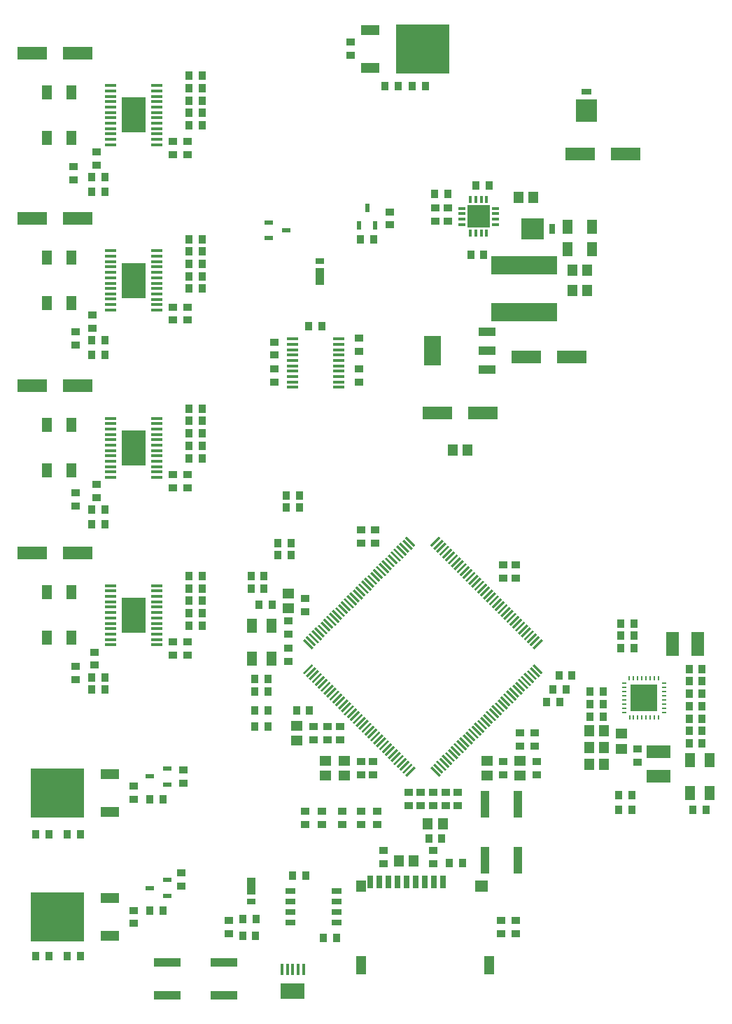
<source format=gtp>
G04 (created by PCBNEW (2013-05-18 BZR 4017)-stable) date Fri 12 Dec 2014 16:28:56 GMT*
%MOIN*%
G04 Gerber Fmt 3.4, Leading zero omitted, Abs format*
%FSLAX34Y34*%
G01*
G70*
G90*
G04 APERTURE LIST*
%ADD10C,0.00590551*%
%ADD11R,0.0579X0.0165*%
%ADD12R,0.1181X0.1701*%
%ADD13R,0.0394X0.126*%
%ADD14R,0.126X0.0394*%
%ADD15R,0.0394X0.0236*%
%ADD16R,0.0236X0.0394*%
%ADD17R,0.08X0.144*%
%ADD18R,0.08X0.04*%
%ADD19R,0.1417X0.063*%
%ADD20R,0.0374X0.0394*%
%ADD21R,0.0394X0.0374*%
%ADD22R,0.0453X0.0709*%
%ADD23R,0.0453X0.0571*%
%ADD24R,0.0571X0.0453*%
%ADD25R,0.0906X0.0512*%
%ADD26R,0.2559X0.2323*%
%ADD27R,0.1142X0.0591*%
%ADD28R,0.0591X0.1142*%
%ADD29R,0.0433X0.0787*%
%ADD30R,0.0433X0.0315*%
%ADD31R,0.0472X0.0866*%
%ADD32R,0.0472X0.0551*%
%ADD33R,0.063X0.0551*%
%ADD34R,0.0276X0.063*%
%ADD35R,0.05X0.025*%
%ADD36R,0.0098X0.0236*%
%ADD37R,0.0236X0.0098*%
%ADD38R,0.1299X0.1299*%
%ADD39R,0.1063X0.1063*%
%ADD40R,0.0138X0.0374*%
%ADD41R,0.0374X0.0138*%
%ADD42R,0.1X0.1051*%
%ADD43R,0.05X0.03*%
%ADD44R,0.1051X0.1*%
%ADD45R,0.03X0.05*%
%ADD46R,0.315X0.0866*%
%ADD47R,0.1142X0.0748*%
%ADD48R,0.0157X0.0531*%
%ADD49R,0.0472X0.0709*%
G04 APERTURE END LIST*
G54D10*
G54D11*
X12124Y34515D03*
X12124Y34771D03*
X12124Y35027D03*
X12124Y35283D03*
X9922Y33751D03*
X12124Y33747D03*
X12124Y34003D03*
X12124Y34259D03*
X9920Y35539D03*
X9920Y35283D03*
X9920Y35027D03*
X9920Y34771D03*
X9920Y34515D03*
X9920Y34259D03*
X12124Y35539D03*
X9922Y34003D03*
X12124Y33491D03*
X12124Y35795D03*
X9920Y35795D03*
X9920Y33491D03*
X12124Y33236D03*
X12124Y36050D03*
X9920Y36050D03*
X9920Y33236D03*
G54D12*
X11022Y34643D03*
G54D11*
X12123Y26542D03*
X12123Y26798D03*
X12123Y27054D03*
X12123Y27310D03*
X9921Y25778D03*
X12123Y25774D03*
X12123Y26030D03*
X12123Y26286D03*
X9919Y27566D03*
X9919Y27310D03*
X9919Y27054D03*
X9919Y26798D03*
X9919Y26542D03*
X9919Y26286D03*
X12123Y27566D03*
X9921Y26030D03*
X12123Y25518D03*
X12123Y27822D03*
X9919Y27822D03*
X9919Y25518D03*
X12123Y25263D03*
X12123Y28077D03*
X9919Y28077D03*
X9919Y25263D03*
G54D12*
X11021Y26670D03*
G54D11*
X12123Y18571D03*
X12123Y18827D03*
X12123Y19083D03*
X12123Y19339D03*
X9921Y17807D03*
X12123Y17803D03*
X12123Y18059D03*
X12123Y18315D03*
X9919Y19595D03*
X9919Y19339D03*
X9919Y19083D03*
X9919Y18827D03*
X9919Y18571D03*
X9919Y18315D03*
X12123Y19595D03*
X9921Y18059D03*
X12123Y17547D03*
X12123Y19851D03*
X9919Y19851D03*
X9919Y17547D03*
X12123Y17292D03*
X12123Y20106D03*
X9919Y20106D03*
X9919Y17292D03*
G54D12*
X11021Y18699D03*
G54D11*
X12125Y42391D03*
X12125Y42647D03*
X12125Y42903D03*
X12125Y43159D03*
X9923Y41627D03*
X12125Y41623D03*
X12125Y41879D03*
X12125Y42135D03*
X9921Y43415D03*
X9921Y43159D03*
X9921Y42903D03*
X9921Y42647D03*
X9921Y42391D03*
X9921Y42135D03*
X12125Y43415D03*
X9923Y41879D03*
X12125Y41367D03*
X12125Y43671D03*
X9921Y43671D03*
X9921Y41367D03*
X12125Y41112D03*
X12125Y43926D03*
X9921Y43926D03*
X9921Y41112D03*
G54D12*
X11023Y42519D03*
G54D11*
X18583Y30837D03*
X18583Y30581D03*
X18583Y30325D03*
X18583Y30069D03*
X20785Y31601D03*
X18583Y31605D03*
X18583Y31349D03*
X18583Y31093D03*
X20787Y29813D03*
X20787Y30069D03*
X20787Y30325D03*
X20787Y30581D03*
X20787Y30837D03*
X20787Y31093D03*
X18583Y29813D03*
X20785Y31349D03*
X18583Y31861D03*
X18583Y29557D03*
X20787Y29557D03*
X20787Y31861D03*
G54D13*
X29330Y7027D03*
X29330Y9705D03*
X27756Y9705D03*
X27756Y7027D03*
G54D14*
X12637Y591D03*
X15315Y591D03*
X15315Y2165D03*
X12637Y2165D03*
G54D15*
X12621Y5334D03*
X11789Y5709D03*
X12621Y6084D03*
X12621Y10649D03*
X11789Y11024D03*
X12621Y11399D03*
G54D16*
X21771Y37281D03*
X22146Y38113D03*
X22521Y37281D03*
G54D17*
X25276Y31300D03*
G54D18*
X27876Y31300D03*
X27876Y32200D03*
X27876Y30400D03*
G54D19*
X25492Y28347D03*
X27658Y28347D03*
X8367Y45472D03*
X6201Y45472D03*
X8367Y21654D03*
X6201Y21654D03*
X8367Y37598D03*
X6201Y37598D03*
X8367Y29626D03*
X6201Y29626D03*
X32283Y40650D03*
X34449Y40650D03*
G54D20*
X34232Y18307D03*
X34862Y18307D03*
X38109Y16142D03*
X37479Y16142D03*
X38109Y15551D03*
X37479Y15551D03*
X34232Y17717D03*
X34862Y17717D03*
X34232Y17126D03*
X34862Y17126D03*
X38109Y14370D03*
X37479Y14370D03*
X38109Y14961D03*
X37479Y14961D03*
X32755Y14469D03*
X33385Y14469D03*
X32755Y15059D03*
X33385Y15059D03*
X37479Y13189D03*
X38109Y13189D03*
G54D21*
X23228Y37283D03*
X23228Y37913D03*
X21358Y45984D03*
X21358Y45354D03*
X11023Y9921D03*
X11023Y10551D03*
X17717Y29803D03*
X17717Y30433D03*
X19193Y9370D03*
X19193Y8740D03*
G54D20*
X18917Y23819D03*
X18287Y23819D03*
G54D21*
X15552Y3524D03*
X15552Y4154D03*
G54D20*
X16811Y14173D03*
X17441Y14173D03*
X16811Y13386D03*
X17441Y13386D03*
X38110Y13780D03*
X37480Y13780D03*
X32755Y13878D03*
X33385Y13878D03*
G54D21*
X28543Y4154D03*
X28543Y3524D03*
X29232Y3524D03*
X29232Y4154D03*
G54D20*
X12422Y9942D03*
X11792Y9942D03*
X12421Y4626D03*
X11791Y4626D03*
G54D21*
X11026Y4017D03*
X11026Y4647D03*
X17717Y31713D03*
X17717Y31083D03*
G54D20*
X18524Y21555D03*
X17894Y21555D03*
G54D21*
X29429Y12480D03*
X29429Y13110D03*
G54D20*
X17244Y19980D03*
X16614Y19980D03*
X37677Y9449D03*
X38307Y9449D03*
X38110Y12598D03*
X37480Y12598D03*
X34134Y10138D03*
X34764Y10138D03*
X34134Y9449D03*
X34764Y9449D03*
X18524Y22146D03*
X17894Y22146D03*
X18917Y24409D03*
X18287Y24409D03*
G54D21*
X30118Y12480D03*
X30118Y13110D03*
G54D20*
X17244Y20571D03*
X16614Y20571D03*
G54D21*
X8268Y31575D03*
X8268Y32205D03*
G54D20*
X14291Y35433D03*
X13661Y35433D03*
X13662Y34839D03*
X14292Y34839D03*
X17441Y15650D03*
X16811Y15650D03*
X13661Y34252D03*
X14291Y34252D03*
G54D21*
X13583Y33382D03*
X13583Y32752D03*
G54D20*
X13661Y36024D03*
X14291Y36024D03*
G54D21*
X12894Y32752D03*
X12894Y33382D03*
X8268Y15630D03*
X8268Y16260D03*
G54D20*
X14291Y19390D03*
X13661Y19390D03*
X13660Y18796D03*
X14290Y18796D03*
G54D21*
X19980Y9370D03*
X19980Y8740D03*
G54D20*
X13661Y18209D03*
X14291Y18209D03*
G54D21*
X13581Y17438D03*
X13581Y16808D03*
G54D20*
X13661Y19980D03*
X14291Y19980D03*
G54D21*
X12892Y16808D03*
X12892Y17438D03*
X8169Y39449D03*
X8169Y40079D03*
G54D20*
X14291Y43209D03*
X13661Y43209D03*
X13663Y42617D03*
X14293Y42617D03*
X13661Y42028D03*
X14291Y42028D03*
G54D21*
X13584Y41258D03*
X13584Y40628D03*
G54D20*
X13661Y43799D03*
X14291Y43799D03*
G54D21*
X12895Y40628D03*
X12895Y41258D03*
X8268Y23898D03*
X8268Y24528D03*
G54D20*
X14291Y27362D03*
X13661Y27362D03*
X13661Y26768D03*
X14291Y26768D03*
X13661Y26181D03*
X14291Y26181D03*
G54D21*
X13582Y25410D03*
X13582Y24780D03*
G54D20*
X13661Y27953D03*
X14291Y27953D03*
G54D21*
X12893Y24780D03*
X12893Y25410D03*
X20965Y9370D03*
X20965Y8740D03*
G54D22*
X8071Y41437D03*
X6889Y41437D03*
G54D23*
X32716Y12402D03*
X33424Y12402D03*
X32716Y13189D03*
X33424Y13189D03*
G54D20*
X16221Y3445D03*
X16836Y3445D03*
G54D24*
X34252Y13052D03*
X34252Y12344D03*
G54D23*
X26221Y26575D03*
X26929Y26575D03*
G54D22*
X8071Y25591D03*
X6889Y25591D03*
X8071Y27756D03*
X6889Y27756D03*
X8071Y43602D03*
X6889Y43602D03*
X8071Y33563D03*
X6889Y33563D03*
X8071Y17618D03*
X6889Y17618D03*
X8071Y35728D03*
X6889Y35728D03*
X8071Y19783D03*
X6889Y19783D03*
G54D21*
X21753Y31279D03*
X21753Y31909D03*
G54D25*
X9884Y3431D03*
G54D26*
X7384Y4331D03*
G54D25*
X9884Y5231D03*
X9882Y9336D03*
G54D26*
X7382Y10236D03*
G54D25*
X9882Y11136D03*
X22303Y46569D03*
G54D26*
X24803Y45669D03*
G54D25*
X22303Y44769D03*
G54D20*
X7008Y8268D03*
X6378Y8268D03*
X7008Y2461D03*
X6378Y2461D03*
X23642Y43898D03*
X23012Y43898D03*
X8485Y2461D03*
X7870Y2461D03*
X8484Y8268D03*
X7869Y8268D03*
X24921Y43898D03*
X24306Y43898D03*
G54D21*
X21753Y30432D03*
X21753Y29802D03*
X35039Y12323D03*
X35039Y11693D03*
G54D27*
X36024Y12205D03*
X36024Y11023D03*
G54D28*
X36712Y17323D03*
X37894Y17323D03*
G54D23*
X33425Y11614D03*
X32717Y11614D03*
G54D20*
X9665Y31791D03*
X9035Y31791D03*
X9665Y39567D03*
X9035Y39567D03*
X9665Y15748D03*
X9035Y15748D03*
X9665Y23720D03*
X9035Y23720D03*
X9035Y31102D03*
X9650Y31102D03*
X9035Y38878D03*
X9650Y38878D03*
X9035Y15157D03*
X9650Y15157D03*
X9035Y23031D03*
X9650Y23031D03*
X13661Y28543D03*
X14291Y28543D03*
X13661Y44390D03*
X14291Y44390D03*
X13661Y36614D03*
X14291Y36614D03*
X13661Y20571D03*
X14291Y20571D03*
G54D23*
X24370Y6988D03*
X23662Y6988D03*
G54D29*
X16634Y5807D03*
G54D30*
X16634Y5059D03*
G54D31*
X21851Y2027D03*
X27953Y2027D03*
G54D32*
X21851Y5807D03*
G54D33*
X27599Y5807D03*
G54D34*
X25768Y6004D03*
X25335Y6004D03*
X24902Y6004D03*
X24469Y6004D03*
X24036Y6004D03*
X23603Y6004D03*
X23170Y6004D03*
X22737Y6004D03*
X22304Y6004D03*
G54D21*
X30217Y11102D03*
X30217Y11732D03*
X28642Y11102D03*
X28642Y11732D03*
G54D20*
X17008Y19193D03*
X17638Y19193D03*
G54D21*
X26476Y10256D03*
X26476Y9626D03*
G54D20*
X25079Y8071D03*
X25709Y8071D03*
G54D21*
X19587Y13406D03*
X19587Y12776D03*
G54D10*
G36*
X24374Y21954D02*
X23956Y22372D01*
X24034Y22450D01*
X24452Y22032D01*
X24374Y21954D01*
X24374Y21954D01*
G37*
G36*
X24235Y21815D02*
X23817Y22232D01*
X23895Y22310D01*
X24313Y21892D01*
X24235Y21815D01*
X24235Y21815D01*
G37*
G36*
X24096Y21675D02*
X23678Y22093D01*
X23756Y22171D01*
X24174Y21753D01*
X24096Y21675D01*
X24096Y21675D01*
G37*
G36*
X23956Y21536D02*
X23539Y21954D01*
X23616Y22032D01*
X24034Y21614D01*
X23956Y21536D01*
X23956Y21536D01*
G37*
G36*
X23817Y21397D02*
X23399Y21815D01*
X23477Y21892D01*
X23895Y21474D01*
X23817Y21397D01*
X23817Y21397D01*
G37*
G36*
X23679Y21258D02*
X23261Y21676D01*
X23338Y21754D01*
X23756Y21336D01*
X23679Y21258D01*
X23679Y21258D01*
G37*
G36*
X23539Y21119D02*
X23121Y21537D01*
X23199Y21614D01*
X23617Y21197D01*
X23539Y21119D01*
X23539Y21119D01*
G37*
G36*
X23400Y20979D02*
X22982Y21397D01*
X23060Y21475D01*
X23478Y21057D01*
X23400Y20979D01*
X23400Y20979D01*
G37*
G36*
X23261Y20840D02*
X22843Y21258D01*
X22921Y21336D01*
X23338Y20918D01*
X23261Y20840D01*
X23261Y20840D01*
G37*
G36*
X23121Y20701D02*
X22703Y21119D01*
X22781Y21197D01*
X23199Y20779D01*
X23121Y20701D01*
X23121Y20701D01*
G37*
G36*
X22982Y20562D02*
X22564Y20979D01*
X22642Y21057D01*
X23060Y20639D01*
X22982Y20562D01*
X22982Y20562D01*
G37*
G36*
X22843Y20423D02*
X22426Y20841D01*
X22503Y20919D01*
X22921Y20501D01*
X22843Y20423D01*
X22843Y20423D01*
G37*
G36*
X22704Y20284D02*
X22286Y20702D01*
X22364Y20779D01*
X22782Y20361D01*
X22704Y20284D01*
X22704Y20284D01*
G37*
G36*
X22565Y20144D02*
X22147Y20562D01*
X22225Y20640D01*
X22643Y20222D01*
X22565Y20144D01*
X22565Y20144D01*
G37*
G36*
X22426Y20005D02*
X22008Y20423D01*
X22085Y20501D01*
X22503Y20083D01*
X22426Y20005D01*
X22426Y20005D01*
G37*
G36*
X22286Y19866D02*
X21868Y20284D01*
X21946Y20361D01*
X22364Y19944D01*
X22286Y19866D01*
X22286Y19866D01*
G37*
G36*
X22147Y19726D02*
X21729Y20144D01*
X21807Y20222D01*
X22225Y19804D01*
X22147Y19726D01*
X22147Y19726D01*
G37*
G36*
X22008Y19587D02*
X21590Y20005D01*
X21668Y20083D01*
X22085Y19665D01*
X22008Y19587D01*
X22008Y19587D01*
G37*
G36*
X21869Y19449D02*
X21451Y19866D01*
X21529Y19944D01*
X21947Y19526D01*
X21869Y19449D01*
X21869Y19449D01*
G37*
G36*
X21730Y19309D02*
X21312Y19727D01*
X21390Y19805D01*
X21808Y19387D01*
X21730Y19309D01*
X21730Y19309D01*
G37*
G36*
X21590Y19170D02*
X21173Y19588D01*
X21250Y19666D01*
X21668Y19248D01*
X21590Y19170D01*
X21590Y19170D01*
G37*
G36*
X21451Y19031D02*
X21033Y19449D01*
X21111Y19526D01*
X21529Y19108D01*
X21451Y19031D01*
X21451Y19031D01*
G37*
G36*
X21312Y18891D02*
X20894Y19309D01*
X20972Y19387D01*
X21390Y18969D01*
X21312Y18891D01*
X21312Y18891D01*
G37*
G36*
X21173Y18752D02*
X20755Y19170D01*
X20832Y19248D01*
X21250Y18830D01*
X21173Y18752D01*
X21173Y18752D01*
G37*
G36*
X21033Y18613D02*
X20615Y19031D01*
X20693Y19108D01*
X21111Y18691D01*
X21033Y18613D01*
X21033Y18613D01*
G37*
G36*
X20895Y18474D02*
X20477Y18892D01*
X20555Y18970D01*
X20972Y18552D01*
X20895Y18474D01*
X20895Y18474D01*
G37*
G36*
X20755Y18335D02*
X20337Y18753D01*
X20415Y18831D01*
X20833Y18413D01*
X20755Y18335D01*
X20755Y18335D01*
G37*
G36*
X20616Y18196D02*
X20198Y18613D01*
X20276Y18691D01*
X20694Y18273D01*
X20616Y18196D01*
X20616Y18196D01*
G37*
G36*
X20477Y18056D02*
X20059Y18474D01*
X20137Y18552D01*
X20555Y18134D01*
X20477Y18056D01*
X20477Y18056D01*
G37*
G36*
X20337Y17917D02*
X19920Y18335D01*
X19997Y18413D01*
X20415Y17995D01*
X20337Y17917D01*
X20337Y17917D01*
G37*
G36*
X20198Y17778D02*
X19780Y18196D01*
X19858Y18273D01*
X20276Y17855D01*
X20198Y17778D01*
X20198Y17778D01*
G37*
G36*
X20060Y17639D02*
X19642Y18057D01*
X19719Y18135D01*
X20137Y17717D01*
X20060Y17639D01*
X20060Y17639D01*
G37*
G36*
X19920Y17500D02*
X19502Y17918D01*
X19580Y17995D01*
X19998Y17578D01*
X19920Y17500D01*
X19920Y17500D01*
G37*
G36*
X19781Y17360D02*
X19363Y17778D01*
X19441Y17856D01*
X19859Y17438D01*
X19781Y17360D01*
X19781Y17360D01*
G37*
G36*
X19642Y17221D02*
X19224Y17639D01*
X19302Y17717D01*
X19719Y17299D01*
X19642Y17221D01*
X19642Y17221D01*
G37*
G36*
X19502Y17082D02*
X19084Y17500D01*
X19162Y17578D01*
X19580Y17160D01*
X19502Y17082D01*
X19502Y17082D01*
G37*
G36*
X25571Y11013D02*
X25153Y11431D01*
X25231Y11509D01*
X25649Y11091D01*
X25571Y11013D01*
X25571Y11013D01*
G37*
G36*
X25710Y11153D02*
X25292Y11571D01*
X25370Y11648D01*
X25788Y11231D01*
X25710Y11153D01*
X25710Y11153D01*
G37*
G36*
X25849Y11292D02*
X25431Y11710D01*
X25509Y11788D01*
X25927Y11370D01*
X25849Y11292D01*
X25849Y11292D01*
G37*
G36*
X25989Y11431D02*
X25571Y11849D01*
X25649Y11927D01*
X26066Y11509D01*
X25989Y11431D01*
X25989Y11431D01*
G37*
G36*
X26128Y11571D02*
X25710Y11989D01*
X25788Y12066D01*
X26206Y11648D01*
X26128Y11571D01*
X26128Y11571D01*
G37*
G36*
X26267Y11709D02*
X25849Y12127D01*
X25926Y12205D01*
X26344Y11787D01*
X26267Y11709D01*
X26267Y11709D01*
G37*
G36*
X26406Y11849D02*
X25988Y12266D01*
X26066Y12344D01*
X26484Y11926D01*
X26406Y11849D01*
X26406Y11849D01*
G37*
G36*
X26545Y11988D02*
X26127Y12406D01*
X26205Y12484D01*
X26623Y12066D01*
X26545Y11988D01*
X26545Y11988D01*
G37*
G36*
X26684Y12127D02*
X26267Y12545D01*
X26344Y12623D01*
X26762Y12205D01*
X26684Y12127D01*
X26684Y12127D01*
G37*
G36*
X26824Y12266D02*
X26406Y12684D01*
X26484Y12762D01*
X26902Y12344D01*
X26824Y12266D01*
X26824Y12266D01*
G37*
G36*
X26963Y12406D02*
X26545Y12824D01*
X26623Y12901D01*
X27041Y12484D01*
X26963Y12406D01*
X26963Y12406D01*
G37*
G36*
X27102Y12544D02*
X26684Y12962D01*
X26762Y13040D01*
X27179Y12622D01*
X27102Y12544D01*
X27102Y12544D01*
G37*
G36*
X27241Y12684D02*
X26823Y13102D01*
X26901Y13179D01*
X27319Y12761D01*
X27241Y12684D01*
X27241Y12684D01*
G37*
G36*
X27380Y12823D02*
X26962Y13241D01*
X27040Y13319D01*
X27458Y12901D01*
X27380Y12823D01*
X27380Y12823D01*
G37*
G36*
X27520Y12962D02*
X27102Y13380D01*
X27179Y13458D01*
X27597Y13040D01*
X27520Y12962D01*
X27520Y12962D01*
G37*
G36*
X27659Y13102D02*
X27241Y13519D01*
X27319Y13597D01*
X27737Y13179D01*
X27659Y13102D01*
X27659Y13102D01*
G37*
G36*
X27798Y13241D02*
X27380Y13659D01*
X27458Y13737D01*
X27876Y13319D01*
X27798Y13241D01*
X27798Y13241D01*
G37*
G36*
X27937Y13380D02*
X27520Y13798D01*
X27597Y13876D01*
X28015Y13458D01*
X27937Y13380D01*
X27937Y13380D01*
G37*
G36*
X28076Y13519D02*
X27658Y13937D01*
X27736Y14014D01*
X28154Y13597D01*
X28076Y13519D01*
X28076Y13519D01*
G37*
G36*
X28215Y13658D02*
X27797Y14076D01*
X27875Y14154D01*
X28293Y13736D01*
X28215Y13658D01*
X28215Y13658D01*
G37*
G36*
X28355Y13797D02*
X27937Y14215D01*
X28015Y14293D01*
X28432Y13875D01*
X28355Y13797D01*
X28355Y13797D01*
G37*
G36*
X28494Y13937D02*
X28076Y14355D01*
X28154Y14432D01*
X28572Y14014D01*
X28494Y13937D01*
X28494Y13937D01*
G37*
G36*
X28633Y14076D02*
X28215Y14494D01*
X28293Y14572D01*
X28711Y14154D01*
X28633Y14076D01*
X28633Y14076D01*
G37*
G36*
X28773Y14215D02*
X28355Y14633D01*
X28432Y14711D01*
X28850Y14293D01*
X28773Y14215D01*
X28773Y14215D01*
G37*
G36*
X28912Y14355D02*
X28494Y14772D01*
X28572Y14850D01*
X28990Y14432D01*
X28912Y14355D01*
X28912Y14355D01*
G37*
G36*
X29050Y14493D02*
X28633Y14911D01*
X28710Y14989D01*
X29128Y14571D01*
X29050Y14493D01*
X29050Y14493D01*
G37*
G36*
X29190Y14632D02*
X28772Y15050D01*
X28850Y15128D01*
X29268Y14710D01*
X29190Y14632D01*
X29190Y14632D01*
G37*
G36*
X29329Y14772D02*
X28911Y15190D01*
X28989Y15267D01*
X29407Y14850D01*
X29329Y14772D01*
X29329Y14772D01*
G37*
G36*
X29468Y14911D02*
X29050Y15329D01*
X29128Y15407D01*
X29546Y14989D01*
X29468Y14911D01*
X29468Y14911D01*
G37*
G36*
X29608Y15050D02*
X29190Y15468D01*
X29268Y15546D01*
X29685Y15128D01*
X29608Y15050D01*
X29608Y15050D01*
G37*
G36*
X29747Y15190D02*
X29329Y15608D01*
X29407Y15685D01*
X29825Y15267D01*
X29747Y15190D01*
X29747Y15190D01*
G37*
G36*
X29886Y15328D02*
X29468Y15746D01*
X29545Y15824D01*
X29963Y15406D01*
X29886Y15328D01*
X29886Y15328D01*
G37*
G36*
X30025Y15468D02*
X29607Y15885D01*
X29685Y15963D01*
X30103Y15545D01*
X30025Y15468D01*
X30025Y15468D01*
G37*
G36*
X30164Y15607D02*
X29746Y16025D01*
X29824Y16103D01*
X30242Y15685D01*
X30164Y15607D01*
X30164Y15607D01*
G37*
G36*
X30303Y15746D02*
X29886Y16164D01*
X29963Y16242D01*
X30381Y15824D01*
X30303Y15746D01*
X30303Y15746D01*
G37*
G36*
X30443Y15885D02*
X30025Y16303D01*
X30103Y16381D01*
X30521Y15963D01*
X30443Y15885D01*
X30443Y15885D01*
G37*
G36*
X19162Y15885D02*
X19084Y15963D01*
X19502Y16381D01*
X19580Y16303D01*
X19162Y15885D01*
X19162Y15885D01*
G37*
G36*
X19302Y15746D02*
X19224Y15824D01*
X19642Y16242D01*
X19719Y16164D01*
X19302Y15746D01*
X19302Y15746D01*
G37*
G36*
X19441Y15607D02*
X19363Y15685D01*
X19781Y16103D01*
X19859Y16025D01*
X19441Y15607D01*
X19441Y15607D01*
G37*
G36*
X19580Y15468D02*
X19502Y15545D01*
X19920Y15963D01*
X19998Y15885D01*
X19580Y15468D01*
X19580Y15468D01*
G37*
G36*
X19719Y15328D02*
X19642Y15406D01*
X20060Y15824D01*
X20137Y15746D01*
X19719Y15328D01*
X19719Y15328D01*
G37*
G36*
X19858Y15190D02*
X19780Y15267D01*
X20198Y15685D01*
X20276Y15608D01*
X19858Y15190D01*
X19858Y15190D01*
G37*
G36*
X19997Y15050D02*
X19920Y15128D01*
X20337Y15546D01*
X20415Y15468D01*
X19997Y15050D01*
X19997Y15050D01*
G37*
G36*
X20137Y14911D02*
X20059Y14989D01*
X20477Y15407D01*
X20555Y15329D01*
X20137Y14911D01*
X20137Y14911D01*
G37*
G36*
X20276Y14772D02*
X20198Y14850D01*
X20616Y15267D01*
X20694Y15190D01*
X20276Y14772D01*
X20276Y14772D01*
G37*
G36*
X20415Y14632D02*
X20337Y14710D01*
X20755Y15128D01*
X20833Y15050D01*
X20415Y14632D01*
X20415Y14632D01*
G37*
G36*
X20555Y14493D02*
X20477Y14571D01*
X20895Y14989D01*
X20972Y14911D01*
X20555Y14493D01*
X20555Y14493D01*
G37*
G36*
X20693Y14355D02*
X20615Y14432D01*
X21033Y14850D01*
X21111Y14772D01*
X20693Y14355D01*
X20693Y14355D01*
G37*
G36*
X20832Y14215D02*
X20755Y14293D01*
X21173Y14711D01*
X21250Y14633D01*
X20832Y14215D01*
X20832Y14215D01*
G37*
G36*
X20972Y14076D02*
X20894Y14154D01*
X21312Y14572D01*
X21390Y14494D01*
X20972Y14076D01*
X20972Y14076D01*
G37*
G36*
X21111Y13937D02*
X21033Y14014D01*
X21451Y14432D01*
X21529Y14355D01*
X21111Y13937D01*
X21111Y13937D01*
G37*
G36*
X21250Y13797D02*
X21173Y13875D01*
X21590Y14293D01*
X21668Y14215D01*
X21250Y13797D01*
X21250Y13797D01*
G37*
G36*
X21390Y13658D02*
X21312Y13736D01*
X21730Y14154D01*
X21808Y14076D01*
X21390Y13658D01*
X21390Y13658D01*
G37*
G36*
X21529Y13519D02*
X21451Y13597D01*
X21869Y14014D01*
X21947Y13937D01*
X21529Y13519D01*
X21529Y13519D01*
G37*
G36*
X21668Y13380D02*
X21590Y13458D01*
X22008Y13876D01*
X22085Y13798D01*
X21668Y13380D01*
X21668Y13380D01*
G37*
G36*
X21807Y13241D02*
X21729Y13319D01*
X22147Y13737D01*
X22225Y13659D01*
X21807Y13241D01*
X21807Y13241D01*
G37*
G36*
X21946Y13102D02*
X21868Y13179D01*
X22286Y13597D01*
X22364Y13519D01*
X21946Y13102D01*
X21946Y13102D01*
G37*
G36*
X22085Y12962D02*
X22008Y13040D01*
X22426Y13458D01*
X22503Y13380D01*
X22085Y12962D01*
X22085Y12962D01*
G37*
G36*
X22225Y12823D02*
X22147Y12901D01*
X22565Y13319D01*
X22643Y13241D01*
X22225Y12823D01*
X22225Y12823D01*
G37*
G36*
X22364Y12684D02*
X22286Y12761D01*
X22704Y13179D01*
X22782Y13102D01*
X22364Y12684D01*
X22364Y12684D01*
G37*
G36*
X22503Y12544D02*
X22426Y12622D01*
X22843Y13040D01*
X22921Y12962D01*
X22503Y12544D01*
X22503Y12544D01*
G37*
G36*
X22642Y12406D02*
X22564Y12484D01*
X22982Y12901D01*
X23060Y12824D01*
X22642Y12406D01*
X22642Y12406D01*
G37*
G36*
X22781Y12266D02*
X22703Y12344D01*
X23121Y12762D01*
X23199Y12684D01*
X22781Y12266D01*
X22781Y12266D01*
G37*
G36*
X22921Y12127D02*
X22843Y12205D01*
X23261Y12623D01*
X23338Y12545D01*
X22921Y12127D01*
X22921Y12127D01*
G37*
G36*
X23060Y11988D02*
X22982Y12066D01*
X23400Y12484D01*
X23478Y12406D01*
X23060Y11988D01*
X23060Y11988D01*
G37*
G36*
X23199Y11849D02*
X23121Y11926D01*
X23539Y12344D01*
X23617Y12266D01*
X23199Y11849D01*
X23199Y11849D01*
G37*
G36*
X23338Y11709D02*
X23261Y11787D01*
X23679Y12205D01*
X23756Y12127D01*
X23338Y11709D01*
X23338Y11709D01*
G37*
G36*
X23477Y11571D02*
X23399Y11648D01*
X23817Y12066D01*
X23895Y11989D01*
X23477Y11571D01*
X23477Y11571D01*
G37*
G36*
X23616Y11431D02*
X23539Y11509D01*
X23956Y11927D01*
X24034Y11849D01*
X23616Y11431D01*
X23616Y11431D01*
G37*
G36*
X23756Y11292D02*
X23678Y11370D01*
X24096Y11788D01*
X24174Y11710D01*
X23756Y11292D01*
X23756Y11292D01*
G37*
G36*
X23895Y11153D02*
X23817Y11231D01*
X24235Y11648D01*
X24313Y11571D01*
X23895Y11153D01*
X23895Y11153D01*
G37*
G36*
X24034Y11013D02*
X23956Y11091D01*
X24374Y11509D01*
X24452Y11431D01*
X24034Y11013D01*
X24034Y11013D01*
G37*
G36*
X30103Y17082D02*
X30025Y17160D01*
X30443Y17578D01*
X30521Y17500D01*
X30103Y17082D01*
X30103Y17082D01*
G37*
G36*
X29963Y17221D02*
X29886Y17299D01*
X30303Y17717D01*
X30381Y17639D01*
X29963Y17221D01*
X29963Y17221D01*
G37*
G36*
X29824Y17360D02*
X29746Y17438D01*
X30164Y17856D01*
X30242Y17778D01*
X29824Y17360D01*
X29824Y17360D01*
G37*
G36*
X29685Y17500D02*
X29607Y17578D01*
X30025Y17995D01*
X30103Y17918D01*
X29685Y17500D01*
X29685Y17500D01*
G37*
G36*
X29545Y17639D02*
X29468Y17717D01*
X29886Y18135D01*
X29963Y18057D01*
X29545Y17639D01*
X29545Y17639D01*
G37*
G36*
X29407Y17778D02*
X29329Y17855D01*
X29747Y18273D01*
X29825Y18196D01*
X29407Y17778D01*
X29407Y17778D01*
G37*
G36*
X29268Y17917D02*
X29190Y17995D01*
X29608Y18413D01*
X29685Y18335D01*
X29268Y17917D01*
X29268Y17917D01*
G37*
G36*
X29128Y18056D02*
X29050Y18134D01*
X29468Y18552D01*
X29546Y18474D01*
X29128Y18056D01*
X29128Y18056D01*
G37*
G36*
X28989Y18196D02*
X28911Y18273D01*
X29329Y18691D01*
X29407Y18613D01*
X28989Y18196D01*
X28989Y18196D01*
G37*
G36*
X28850Y18335D02*
X28772Y18413D01*
X29190Y18831D01*
X29268Y18753D01*
X28850Y18335D01*
X28850Y18335D01*
G37*
G36*
X28710Y18474D02*
X28633Y18552D01*
X29050Y18970D01*
X29128Y18892D01*
X28710Y18474D01*
X28710Y18474D01*
G37*
G36*
X28572Y18613D02*
X28494Y18691D01*
X28912Y19108D01*
X28990Y19031D01*
X28572Y18613D01*
X28572Y18613D01*
G37*
G36*
X28432Y18752D02*
X28355Y18830D01*
X28773Y19248D01*
X28850Y19170D01*
X28432Y18752D01*
X28432Y18752D01*
G37*
G36*
X28293Y18891D02*
X28215Y18969D01*
X28633Y19387D01*
X28711Y19309D01*
X28293Y18891D01*
X28293Y18891D01*
G37*
G36*
X28154Y19031D02*
X28076Y19108D01*
X28494Y19526D01*
X28572Y19449D01*
X28154Y19031D01*
X28154Y19031D01*
G37*
G36*
X28015Y19170D02*
X27937Y19248D01*
X28355Y19666D01*
X28432Y19588D01*
X28015Y19170D01*
X28015Y19170D01*
G37*
G36*
X27875Y19309D02*
X27797Y19387D01*
X28215Y19805D01*
X28293Y19727D01*
X27875Y19309D01*
X27875Y19309D01*
G37*
G36*
X27736Y19449D02*
X27658Y19526D01*
X28076Y19944D01*
X28154Y19866D01*
X27736Y19449D01*
X27736Y19449D01*
G37*
G36*
X27597Y19587D02*
X27520Y19665D01*
X27937Y20083D01*
X28015Y20005D01*
X27597Y19587D01*
X27597Y19587D01*
G37*
G36*
X27458Y19726D02*
X27380Y19804D01*
X27798Y20222D01*
X27876Y20144D01*
X27458Y19726D01*
X27458Y19726D01*
G37*
G36*
X27319Y19866D02*
X27241Y19944D01*
X27659Y20361D01*
X27737Y20284D01*
X27319Y19866D01*
X27319Y19866D01*
G37*
G36*
X27179Y20005D02*
X27102Y20083D01*
X27520Y20501D01*
X27597Y20423D01*
X27179Y20005D01*
X27179Y20005D01*
G37*
G36*
X27040Y20144D02*
X26962Y20222D01*
X27380Y20640D01*
X27458Y20562D01*
X27040Y20144D01*
X27040Y20144D01*
G37*
G36*
X26901Y20284D02*
X26823Y20361D01*
X27241Y20779D01*
X27319Y20702D01*
X26901Y20284D01*
X26901Y20284D01*
G37*
G36*
X26762Y20423D02*
X26684Y20501D01*
X27102Y20919D01*
X27179Y20841D01*
X26762Y20423D01*
X26762Y20423D01*
G37*
G36*
X26623Y20562D02*
X26545Y20639D01*
X26963Y21057D01*
X27041Y20979D01*
X26623Y20562D01*
X26623Y20562D01*
G37*
G36*
X26484Y20701D02*
X26406Y20779D01*
X26824Y21197D01*
X26902Y21119D01*
X26484Y20701D01*
X26484Y20701D01*
G37*
G36*
X26344Y20840D02*
X26267Y20918D01*
X26684Y21336D01*
X26762Y21258D01*
X26344Y20840D01*
X26344Y20840D01*
G37*
G36*
X26205Y20979D02*
X26127Y21057D01*
X26545Y21475D01*
X26623Y21397D01*
X26205Y20979D01*
X26205Y20979D01*
G37*
G36*
X26066Y21119D02*
X25988Y21197D01*
X26406Y21614D01*
X26484Y21537D01*
X26066Y21119D01*
X26066Y21119D01*
G37*
G36*
X25926Y21258D02*
X25849Y21336D01*
X26267Y21754D01*
X26344Y21676D01*
X25926Y21258D01*
X25926Y21258D01*
G37*
G36*
X25788Y21397D02*
X25710Y21474D01*
X26128Y21892D01*
X26206Y21815D01*
X25788Y21397D01*
X25788Y21397D01*
G37*
G36*
X25649Y21536D02*
X25571Y21614D01*
X25989Y22032D01*
X26066Y21954D01*
X25649Y21536D01*
X25649Y21536D01*
G37*
G36*
X25509Y21675D02*
X25431Y21753D01*
X25849Y22171D01*
X25927Y22093D01*
X25509Y21675D01*
X25509Y21675D01*
G37*
G36*
X25370Y21815D02*
X25292Y21892D01*
X25710Y22310D01*
X25788Y22232D01*
X25370Y21815D01*
X25370Y21815D01*
G37*
G36*
X25231Y21954D02*
X25153Y22032D01*
X25571Y22450D01*
X25649Y22372D01*
X25231Y21954D01*
X25231Y21954D01*
G37*
G54D24*
X20177Y11771D03*
X20177Y11063D03*
X18406Y19036D03*
X18406Y19744D03*
G54D23*
X25040Y8760D03*
X25748Y8760D03*
G54D24*
X18799Y13445D03*
X18799Y12737D03*
X27854Y11771D03*
X27854Y11063D03*
X29429Y11771D03*
X29429Y11063D03*
G54D20*
X30689Y14567D03*
X31319Y14567D03*
X16851Y4232D03*
X16221Y4232D03*
G54D21*
X18406Y17795D03*
X18406Y18425D03*
X18406Y17146D03*
X18406Y16516D03*
X22441Y11732D03*
X22441Y11102D03*
G54D20*
X30984Y15157D03*
X31614Y15157D03*
G54D21*
X28642Y20453D03*
X28642Y21083D03*
X29232Y20453D03*
X29232Y21083D03*
X20276Y13406D03*
X20276Y12776D03*
X21850Y11732D03*
X21850Y11102D03*
X20866Y13406D03*
X20866Y12776D03*
X19193Y18878D03*
X19193Y19508D03*
X21850Y22126D03*
X21850Y22756D03*
G54D20*
X17441Y15059D03*
X16811Y15059D03*
G54D21*
X25886Y10256D03*
X25886Y9626D03*
X21850Y9370D03*
X21850Y8740D03*
X24705Y10256D03*
X24705Y9626D03*
X22539Y22126D03*
X22539Y22756D03*
G54D20*
X19409Y14173D03*
X18779Y14173D03*
G54D21*
X25295Y9626D03*
X25295Y10256D03*
G54D24*
X21063Y11771D03*
X21063Y11063D03*
G54D20*
X19371Y32480D03*
X20001Y32480D03*
G54D35*
X20687Y4073D03*
X20687Y4573D03*
X20687Y5073D03*
X20687Y5573D03*
X18487Y5573D03*
X18487Y5073D03*
X18487Y4573D03*
X18487Y4073D03*
G54D20*
X20059Y3346D03*
X20689Y3346D03*
X18583Y6299D03*
X19213Y6299D03*
G54D22*
X32874Y36122D03*
X31692Y36122D03*
X32874Y37205D03*
X31692Y37205D03*
G54D20*
X27973Y39174D03*
X27343Y39174D03*
G54D21*
X25394Y38111D03*
X25394Y37481D03*
X25985Y37481D03*
X25985Y38111D03*
G54D36*
X34647Y13820D03*
X34844Y13820D03*
X35041Y13820D03*
X35238Y13820D03*
X35434Y13820D03*
X35631Y13820D03*
X35828Y13820D03*
X36025Y13820D03*
G54D37*
X36281Y14862D03*
X36281Y15058D03*
X36281Y15255D03*
X36281Y15452D03*
G54D38*
X35335Y14764D03*
G54D37*
X36281Y14075D03*
X36281Y14272D03*
X36281Y14469D03*
X36281Y14665D03*
G54D36*
X36023Y15708D03*
X35826Y15709D03*
X35630Y15709D03*
X35433Y15709D03*
X35236Y15709D03*
X35039Y15709D03*
X34842Y15709D03*
X34645Y15709D03*
G54D37*
X34390Y15453D03*
X34390Y15256D03*
X34390Y15059D03*
X34390Y14863D03*
X34390Y14666D03*
X34390Y14469D03*
X34390Y14272D03*
X34390Y14075D03*
G54D39*
X27461Y37695D03*
G54D40*
X27845Y38502D03*
X27589Y38502D03*
X27333Y38502D03*
X27077Y38502D03*
X27077Y36888D03*
X27333Y36888D03*
X27589Y36888D03*
X27845Y36888D03*
G54D41*
X26654Y38079D03*
X26654Y37823D03*
X26654Y37567D03*
X26654Y37311D03*
X28268Y37311D03*
X28268Y37567D03*
X28268Y37823D03*
X28268Y38079D03*
G54D19*
X29724Y31004D03*
X31890Y31004D03*
G54D23*
X31929Y35138D03*
X32637Y35138D03*
X31929Y34154D03*
X32637Y34154D03*
G54D20*
X26005Y38780D03*
X25375Y38780D03*
X27080Y35870D03*
X27710Y35870D03*
G54D42*
X32579Y42717D03*
G54D43*
X32579Y43643D03*
G54D44*
X30020Y37106D03*
G54D45*
X30946Y37106D03*
G54D23*
X29370Y38583D03*
X30078Y38583D03*
G54D46*
X29626Y35374D03*
X29626Y33130D03*
G54D21*
X9055Y32362D03*
X9055Y32992D03*
X9252Y40138D03*
X9252Y40768D03*
X9154Y16319D03*
X9154Y16949D03*
X9252Y24291D03*
X9252Y24921D03*
G54D47*
X18602Y787D03*
G54D48*
X18602Y1840D03*
X18346Y1840D03*
X18090Y1840D03*
X18858Y1840D03*
X19114Y1840D03*
G54D49*
X37520Y11811D03*
X37520Y10237D03*
X38464Y10237D03*
X38464Y11811D03*
X17598Y16634D03*
X17598Y18208D03*
X16654Y18208D03*
X16654Y16634D03*
G54D21*
X24114Y10256D03*
X24114Y9626D03*
X22638Y9370D03*
X22638Y8740D03*
G54D20*
X26063Y6890D03*
X26693Y6890D03*
G54D21*
X25295Y6870D03*
X25295Y7500D03*
G54D20*
X31279Y15846D03*
X31909Y15846D03*
G54D21*
X22933Y6870D03*
X22933Y7500D03*
G54D15*
X17464Y37415D03*
X18296Y37040D03*
X17464Y36665D03*
G54D29*
X19900Y34830D03*
G54D30*
X19900Y35578D03*
G54D20*
X21831Y36614D03*
X22461Y36614D03*
G54D21*
X13386Y10709D03*
X13386Y11339D03*
X13287Y5787D03*
X13287Y6417D03*
M02*

</source>
